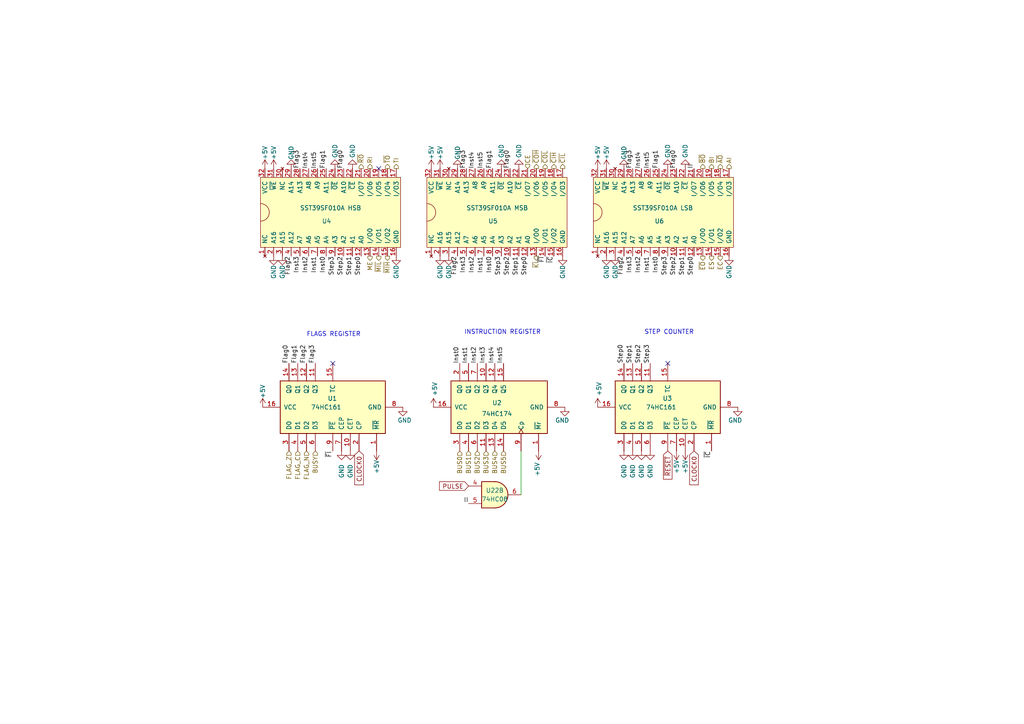
<source format=kicad_sch>
(kicad_sch (version 20211123) (generator eeschema)
  (paper "A4")
  (title_block (title "Control Logic") (date "2022-07-16") (rev "1.6") (comment 2 "creativecommons.org/licenses/by-nc-sa/3.0/deed.en") (comment 3 "License: CC BY-NC-SA 3.0") (comment 4 "Author: Carsten Herting (slu4)"))
  (lib_symbols
    (symbol "8-Bit CPU 32k:74HC08" (pin_names (offset 1.016))
      (property "Reference" "U" (at 0 1.27 0))
      (property "Value" "74HC08" (at 0 -1.27 0))
      (symbol "74HC08_1_1"
        (arc (start 0 -3.81) (mid 3.81 0) (end 0 3.81) (stroke (width 0.254)) (fill (type background)))
        (polyline (pts (xy 0 3.81) (xy -3.81 3.81) (xy -3.81 -3.81) (xy 0 -3.81)) (stroke (width 0.254)) (fill (type background)))
        (pin input line (at -7.62 2.54 0) (length 3.81) (name "~") (number "1"))
        (pin input line (at -7.62 -2.54 0) (length 3.81) (name "~") (number "2"))
        (pin output line (at 7.62 0 180) (length 3.81) (name "~") (number "3"))
      )
      (symbol "74HC08_1_2"
        (arc (start -3.81 -3.81) (mid -2.589 0) (end -3.81 3.81) (stroke (width 0.254)))
        (arc (start -0.6096 -3.81) (mid 2.1842 -2.5851) (end 3.81 0) (stroke (width 0.254)) (fill (type background)))
        (polyline (pts (xy -3.81 -3.81) (xy -0.635 -3.81)) (stroke (width 0.254)) (fill (type background)))
        (polyline (pts (xy -3.81 3.81) (xy -0.635 3.81)) (stroke (width 0.254)) (fill (type background)))
        (polyline (pts (xy -0.635 3.81) (xy -3.81 3.81) (xy -3.81 3.81) (xy -3.556 3.4036) (xy -3.0226 2.2606) (xy -2.6924 1.0414) (xy -2.6162 -0.254) (xy -2.7686 -1.4986) (xy -3.175 -2.7178) (xy -3.81 -3.81) (xy -3.81 -3.81) (xy -0.635 -3.81)) (stroke (width -25.4)) (fill (type background)))
        (arc (start 3.81 0) (mid 2.1915 2.5936) (end -0.6096 3.81) (stroke (width 0.254)) (fill (type background)))
        (pin input inverted (at -7.62 2.54 0) (length 4.318) (name "~") (number "1"))
        (pin input inverted (at -7.62 -2.54 0) (length 4.318) (name "~") (number "2"))
        (pin output inverted (at 7.62 0 180) (length 3.81) (name "~") (number "3"))
      )
      (symbol "74HC08_2_1"
        (arc (start 0 -3.81) (mid 3.81 0) (end 0 3.81) (stroke (width 0.254)) (fill (type background)))
        (polyline (pts (xy 0 3.81) (xy -3.81 3.81) (xy -3.81 -3.81) (xy 0 -3.81)) (stroke (width 0.254)) (fill (type background)))
        (pin input line (at -7.62 2.54 0) (length 3.81) (name "~") (number "4"))
        (pin input line (at -7.62 -2.54 0) (length 3.81) (name "~") (number "5"))
        (pin output line (at 7.62 0 180) (length 3.81) (name "~") (number "6"))
      )
      (symbol "74HC08_2_2"
        (arc (start -3.81 -3.81) (mid -2.589 0) (end -3.81 3.81) (stroke (width 0.254)))
        (arc (start -0.6096 -3.81) (mid 2.1842 -2.5851) (end 3.81 0) (stroke (width 0.254)) (fill (type background)))
        (polyline (pts (xy -3.81 -3.81) (xy -0.635 -3.81)) (stroke (width 0.254)) (fill (type background)))
        (polyline (pts (xy -3.81 3.81) (xy -0.635 3.81)) (stroke (width 0.254)) (fill (type background)))
        (polyline (pts (xy -0.635 3.81) (xy -3.81 3.81) (xy -3.81 3.81) (xy -3.556 3.4036) (xy -3.0226 2.2606) (xy -2.6924 1.0414) (xy -2.6162 -0.254) (xy -2.7686 -1.4986) (xy -3.175 -2.7178) (xy -3.81 -3.81) (xy -3.81 -3.81) (xy -0.635 -3.81)) (stroke (width -25.4)) (fill (type background)))
        (arc (start 3.81 0) (mid 2.1915 2.5936) (end -0.6096 3.81) (stroke (width 0.254)) (fill (type background)))
        (pin input inverted (at -7.62 2.54 0) (length 4.318) (name "~") (number "4"))
        (pin input inverted (at -7.62 -2.54 0) (length 4.318) (name "~") (number "5"))
        (pin output inverted (at 7.62 0 180) (length 3.81) (name "~") (number "6"))
      )
      (symbol "74HC08_3_1"
        (arc (start 0 -3.81) (mid 3.81 0) (end 0 3.81) (stroke (width 0.254)) (fill (type background)))
        (polyline (pts (xy 0 3.81) (xy -3.81 3.81) (xy -3.81 -3.81) (xy 0 -3.81)) (stroke (width 0.254)) (fill (type background)))
        (pin input line (at -7.62 -2.54 0) (length 3.81) (name "~") (number "10"))
        (pin output line (at 7.62 0 180) (length 3.81) (name "~") (number "8"))
        (pin input line (at -7.62 2.54 0) (length 3.81) (name "~") (number "9"))
      )
      (symbol "74HC08_3_2"
        (arc (start -3.81 -3.81) (mid -2.589 0) (end -3.81 3.81) (stroke (width 0.254)))
        (arc (start -0.6096 -3.81) (mid 2.1842 -2.5851) (end 3.81 0) (stroke (width 0.254)) (fill (type background)))
        (polyline (pts (xy -3.81 -3.81) (xy -0.635 -3.81)) (stroke (width 0.254)) (fill (type background)))
        (polyline (pts (xy -3.81 3.81) (xy -0.635 3.81)) (stroke (width 0.254)) (fill (type background)))
        (polyline (pts (xy -0.635 3.81) (xy -3.81 3.81) (xy -3.81 3.81) (xy -3.556 3.4036) (xy -3.0226 2.2606) (xy -2.6924 1.0414) (xy -2.6162 -0.254) (xy -2.7686 -1.4986) (xy -3.175 -2.7178) (xy -3.81 -3.81) (xy -3.81 -3.81) (xy -0.635 -3.81)) (stroke (width -25.4)) (fill (type background)))
        (arc (start 3.81 0) (mid 2.1915 2.5936) (end -0.6096 3.81) (stroke (width 0.254)) (fill (type background)))
        (pin input inverted (at -7.62 -2.54 0) (length 4.318) (name "~") (number "10"))
        (pin output inverted (at 7.62 0 180) (length 3.81) (name "~") (number "8"))
        (pin input inverted (at -7.62 2.54 0) (length 4.318) (name "~") (number "9"))
      )
      (symbol "74HC08_4_1"
        (arc (start 0 -3.81) (mid 3.81 0) (end 0 3.81) (stroke (width 0.254)) (fill (type background)))
        (polyline (pts (xy 0 3.81) (xy -3.81 3.81) (xy -3.81 -3.81) (xy 0 -3.81)) (stroke (width 0.254)) (fill (type background)))
        (pin output line (at 7.62 0 180) (length 3.81) (name "~") (number "11"))
        (pin input line (at -7.62 2.54 0) (length 3.81) (name "~") (number "12"))
        (pin input line (at -7.62 -2.54 0) (length 3.81) (name "~") (number "13"))
      )
      (symbol "74HC08_4_2"
        (arc (start -3.81 -3.81) (mid -2.589 0) (end -3.81 3.81) (stroke (width 0.254)))
        (arc (start -0.6096 -3.81) (mid 2.1842 -2.5851) (end 3.81 0) (stroke (width 0.254)) (fill (type background)))
        (polyline (pts (xy -3.81 -3.81) (xy -0.635 -3.81)) (stroke (width 0.254)) (fill (type background)))
        (polyline (pts (xy -3.81 3.81) (xy -0.635 3.81)) (stroke (width 0.254)) (fill (type background)))
        (polyline (pts (xy -0.635 3.81) (xy -3.81 3.81) (xy -3.81 3.81) (xy -3.556 3.4036) (xy -3.0226 2.2606) (xy -2.6924 1.0414) (xy -2.6162 -0.254) (xy -2.7686 -1.4986) (xy -3.175 -2.7178) (xy -3.81 -3.81) (xy -3.81 -3.81) (xy -0.635 -3.81)) (stroke (width -25.4)) (fill (type background)))
        (arc (start 3.81 0) (mid 2.1915 2.5936) (end -0.6096 3.81) (stroke (width 0.254)) (fill (type background)))
        (pin output inverted (at 7.62 0 180) (length 3.81) (name "~") (number "11"))
        (pin input inverted (at -7.62 2.54 0) (length 4.318) (name "~") (number "12"))
        (pin input inverted (at -7.62 -2.54 0) (length 4.318) (name "~") (number "13"))
      )
      (symbol "74HC08_5_0"
        (pin power_in line (at 0 12.7 270) (length 5.08) (name "VCC") (number "14"))
        (pin power_in line (at 0 -12.7 90) (length 5.08) (name "GND") (number "7"))
      )
      (symbol "74HC08_5_1"
        (rectangle (start -5.08 7.62) (end 5.08 -7.62) (stroke (width 0.254)) (fill (type background)))
      )
    )
    (symbol "8-Bit CPU 32k:74HC161" (pin_names (offset 1.016))
      (property "Reference" "U" (at -7.62 16.51 0))
      (property "Value" "74HC161" (at -7.62 -16.51 0))
      (symbol "74HC161_1_0"
        (pin input line (at -12.7 -12.7 0) (length 5.08) (name "~{MR}") (number "1"))
        (pin input line (at -12.7 -5.08 0) (length 5.08) (name "CET") (number "10"))
        (pin output line (at 12.7 5.08 180) (length 5.08) (name "Q3") (number "11"))
        (pin output line (at 12.7 7.62 180) (length 5.08) (name "Q2") (number "12"))
        (pin output line (at 12.7 10.16 180) (length 5.08) (name "Q1") (number "13"))
        (pin output line (at 12.7 12.7 180) (length 5.08) (name "Q0") (number "14"))
        (pin output line (at 12.7 0 180) (length 5.08) (name "TC") (number "15"))
        (pin power_in line (at 0 20.32 270) (length 5.08) (name "VCC") (number "16"))
        (pin input line (at -12.7 -7.62 0) (length 5.08) (name "CP") (number "2"))
        (pin input line (at -12.7 12.7 0) (length 5.08) (name "D0") (number "3"))
        (pin input line (at -12.7 10.16 0) (length 5.08) (name "D1") (number "4"))
        (pin input line (at -12.7 7.62 0) (length 5.08) (name "D2") (number "5"))
        (pin input line (at -12.7 5.08 0) (length 5.08) (name "D3") (number "6"))
        (pin input line (at -12.7 -2.54 0) (length 5.08) (name "CEP") (number "7"))
        (pin power_in line (at 0 -20.32 90) (length 5.08) (name "GND") (number "8"))
        (pin input line (at -12.7 0 0) (length 5.08) (name "~{PE}") (number "9"))
      )
      (symbol "74HC161_1_1"
        (rectangle (start -7.62 15.24) (end 7.62 -15.24) (stroke (width 0.254)) (fill (type background)))
      )
    )
    (symbol "8-Bit CPU 32k:74HC174" (pin_names (offset 1.016))
      (property "Reference" "U" (at -7.62 13.97 0))
      (property "Value" "74HC174" (at -7.62 -16.51 0))
      (symbol "74HC174_1_0"
        (pin input line (at -12.7 -12.7 0) (length 5.08) (name "~{Mr}") (number "1"))
        (pin output line (at 12.7 2.54 180) (length 5.08) (name "Q3") (number "10"))
        (pin input line (at -12.7 2.54 0) (length 5.08) (name "D3") (number "11"))
        (pin output line (at 12.7 0 180) (length 5.08) (name "Q4") (number "12"))
        (pin input line (at -12.7 0 0) (length 5.08) (name "D4") (number "13"))
        (pin input line (at -12.7 -2.54 0) (length 5.08) (name "D5") (number "14"))
        (pin output line (at 12.7 -2.54 180) (length 5.08) (name "Q5") (number "15"))
        (pin power_in line (at 0 17.78 270) (length 5.08) (name "VCC") (number "16"))
        (pin output line (at 12.7 10.16 180) (length 5.08) (name "Q0") (number "2"))
        (pin input line (at -12.7 10.16 0) (length 5.08) (name "D0") (number "3"))
        (pin input line (at -12.7 7.62 0) (length 5.08) (name "D1") (number "4"))
        (pin output line (at 12.7 7.62 180) (length 5.08) (name "Q1") (number "5"))
        (pin input line (at -12.7 5.08 0) (length 5.08) (name "D2") (number "6"))
        (pin output line (at 12.7 5.08 180) (length 5.08) (name "Q2") (number "7"))
        (pin power_in line (at 0 -20.32 90) (length 5.08) (name "GND") (number "8"))
        (pin input clock (at -12.7 -7.62 0) (length 5.08) (name "Cp") (number "9"))
      )
      (symbol "74HC174_1_1"
        (rectangle (start -7.62 12.7) (end 7.62 -15.24) (stroke (width 0.254)) (fill (type background)))
      )
    )
    (symbol "8-Bit CPU 32k:SST39SF010A" (pin_names (offset 1.016))
      (property "Reference" "U" (at -1.27 2.54 90))
      (property "Value" "SST39SF010A" (at 2.54 2.54 90))
      (symbol "SST39SF010A_0_1"
        (rectangle (start -10.16 24.13) (end 10.16 -16.51) (fill (type background)))
        (arc (start -2.54 24.13) (mid 0 21.59) (end 2.54 24.13))
      )
      (symbol "SST39SF010A_1_1"
        (pin no_connect line (at -12.7 22.86 0) (length 2.54) (name "NC") (number "1"))
        (pin input line (at -12.7 0 0) (length 2.54) (name "A2") (number "10"))
        (pin input line (at -12.7 -2.54 0) (length 2.54) (name "A1") (number "11"))
        (pin input line (at -12.7 -5.08 0) (length 2.54) (name "A0") (number "12"))
        (pin bidirectional line (at -12.7 -7.62 0) (length 2.54) (name "I/O0") (number "13"))
        (pin bidirectional line (at -12.7 -10.16 0) (length 2.54) (name "I/O1") (number "14"))
        (pin bidirectional line (at -12.7 -12.7 0) (length 2.54) (name "I/O2") (number "15"))
        (pin power_in line (at -12.7 -15.24 0) (length 2.54) (name "GND") (number "16"))
        (pin bidirectional line (at 12.7 -15.24 180) (length 2.54) (name "I/O3") (number "17"))
        (pin bidirectional line (at 12.7 -12.7 180) (length 2.54) (name "I/O4") (number "18"))
        (pin bidirectional line (at 12.7 -10.16 180) (length 2.54) (name "I/O5") (number "19"))
        (pin input line (at -12.7 20.32 0) (length 2.54) (name "A16") (number "2"))
        (pin bidirectional line (at 12.7 -7.62 180) (length 2.54) (name "I/O6") (number "20"))
        (pin bidirectional line (at 12.7 -5.08 180) (length 2.54) (name "I/O7") (number "21"))
        (pin input line (at 12.7 -2.54 180) (length 2.54) (name "~{CE}") (number "22"))
        (pin input line (at 12.7 0 180) (length 2.54) (name "A10") (number "23"))
        (pin input line (at 12.7 2.54 180) (length 2.54) (name "~{OE}") (number "24"))
        (pin input line (at 12.7 5.08 180) (length 2.54) (name "A11") (number "25"))
        (pin input line (at 12.7 7.62 180) (length 2.54) (name "A9") (number "26"))
        (pin input line (at 12.7 10.16 180) (length 2.54) (name "A8") (number "27"))
        (pin input line (at 12.7 12.7 180) (length 2.54) (name "A13") (number "28"))
        (pin input line (at 12.7 15.24 180) (length 2.54) (name "A14") (number "29"))
        (pin input line (at -12.7 17.78 0) (length 2.54) (name "A15") (number "3"))
        (pin no_connect line (at 12.7 17.78 180) (length 2.54) (name "NC") (number "30"))
        (pin input line (at 12.7 20.32 180) (length 2.54) (name "~{WE}") (number "31"))
        (pin power_in line (at 12.7 22.86 180) (length 2.54) (name "VCC") (number "32"))
        (pin input line (at -12.7 15.24 0) (length 2.54) (name "A12") (number "4"))
        (pin input line (at -12.7 12.7 0) (length 2.54) (name "A7") (number "5"))
        (pin input line (at -12.7 10.16 0) (length 2.54) (name "A6") (number "6"))
        (pin input line (at -12.7 7.62 0) (length 2.54) (name "A5") (number "7"))
        (pin input line (at -12.7 5.08 0) (length 2.54) (name "A4") (number "8"))
        (pin input line (at -12.7 2.54 0) (length 2.54) (name "A3") (number "9"))
      )
    )
    (symbol "power:+5V" (power) (pin_names (offset 0))
      (property "Value" "+5V" (at 0 3.556 0))
      (symbol "+5V_0_1"
        (polyline (pts (xy -0.762 1.27) (xy 0 2.54)))
        (polyline (pts (xy 0 0) (xy 0 2.54)))
        (polyline (pts (xy 0 2.54) (xy 0.762 1.27)))
      )
      (symbol "+5V_1_1"
        (pin power_in line (at 0 0 90) (length 0) hide (name "+5V") (number "1"))
      )
    )
    (symbol "power:GND" (power) (pin_names (offset 0))
      (property "Value" "GND" (at 0 -3.81 0))
      (symbol "GND_0_1"
        (polyline (pts (xy 0 0) (xy 0 -1.27) (xy 1.27 -1.27) (xy 0 -2.54) (xy -1.27 -1.27) (xy 0 -1.27)))
      )
      (symbol "GND_1_1"
        (pin power_in line (at 0 0 270) (length 0) hide (name "GND") (number "1"))
      )
    )
  )
  (no_connect (at 96.52 105.41))
  (no_connect (at 109.855 48.895))
  (no_connect (at 193.675 105.41))
  (wire (pts (xy 151.13 130.81) (xy 151.13 143.51)))
  (text "FLAGS REGISTER" (at 88.9 97.79 0) (effects (font (size 1.27 1.27)) (justify left bottom)))
  (text "INSTRUCTION REGISTER" (at 134.62 97.155 0) (effects (font (size 1.27 1.27)) (justify left bottom)))
  (text "STEP COUNTER" (at 201.295 97.155 180) (effects (font (size 1.27 1.27)) (justify right bottom)))
  (label "Flag3" (at 91.44 105.41 90))
  (label "Step0" (at 104.775 74.295 270))
  (label "Inst3" (at 135.255 74.295 270))
  (label "Flag1" (at 86.36 105.41 90))
  (label "Step1" (at 102.235 74.295 270))
  (label "Inst5" (at 146.05 105.41 90))
  (label "Step2" (at 147.955 74.295 270))
  (label "Inst2" (at 89.535 74.295 270))
  (label "Flag3" (at 135.255 48.895 90))
  (label "Step0" (at 153.035 74.295 270))
  (label "Flag2" (at 84.455 74.295 270))
  (label "Inst5" (at 188.595 48.895 90))
  (label "Inst2" (at 186.055 74.295 270))
  (label "Inst1" (at 188.595 74.295 270))
  (label "Step3" (at 145.415 74.295 270))
  (label "Step2" (at 99.695 74.295 270))
  (label "Flag0" (at 99.695 48.895 90))
  (label "Inst0" (at 142.875 74.295 270))
  (label "Inst1" (at 140.335 74.295 270))
  (label "Inst5" (at 92.075 48.895 90))
  (label "II" (at 201.295 48.895 90))
  (label "Inst2" (at 138.43 105.41 90))
  (label "Flag0" (at 196.215 48.895 90))
  (label "~{IC}" (at 160.655 74.295 270))
  (label "Step1" (at 183.515 105.41 90))
  (label "Flag2" (at 88.9 105.41 90))
  (label "Inst4" (at 137.795 48.895 90))
  (label "Flag0" (at 147.955 48.895 90))
  (label "Inst3" (at 140.97 105.41 90))
  (label "Flag1" (at 94.615 48.895 90))
  (label "Inst2" (at 137.795 74.295 270))
  (label "Step0" (at 201.295 74.295 270))
  (label "Step1" (at 198.755 74.295 270))
  (label "~{FI}" (at 96.52 130.81 270))
  (label "Inst3" (at 183.515 74.295 270))
  (label "Flag1" (at 191.135 48.895 90))
  (label "Inst4" (at 143.51 105.41 90))
  (label "Flag3" (at 86.995 48.895 90))
  (label "Inst4" (at 186.055 48.895 90))
  (label "Inst4" (at 89.535 48.895 90))
  (label "Inst0" (at 133.35 105.41 90))
  (label "II" (at 135.89 146.05 180))
  (label "Flag0" (at 83.82 105.41 90))
  (label "Step0" (at 180.975 105.41 90))
  (label "Inst5" (at 140.335 48.895 90))
  (label "Flag2" (at 180.975 74.295 270))
  (label "Flag2" (at 132.715 74.295 270))
  (label "Step3" (at 193.675 74.295 270))
  (label "Step3" (at 188.595 105.41 90))
  (label "~{FI}" (at 158.115 74.295 270))
  (label "Inst1" (at 135.89 105.41 90))
  (label "Inst0" (at 94.615 74.295 270))
  (label "Inst3" (at 86.995 74.295 270))
  (label "Step2" (at 186.055 105.41 90))
  (label "Step3" (at 97.155 74.295 270))
  (label "Inst0" (at 191.135 74.295 270))
  (label "Step2" (at 196.215 74.295 270))
  (label "Inst1" (at 92.075 74.295 270))
  (label "Flag3" (at 183.515 48.895 90))
  (label "~{IC}" (at 206.375 130.81 270))
  (label "Flag1" (at 142.875 48.895 90))
  (label "Step1" (at 150.495 74.295 270))
  (global_label "~{RESET}" (shape input) (at 193.675 130.81 270) (property "Intersheet References" "${INTERSHEET_REFS}" (effects hide)))
  (global_label "CLOCK0" (shape input) (at 201.295 130.81 270) (property "Intersheet References" "${INTERSHEET_REFS}" (effects hide)))
  (global_label "PULSE" (shape input) (at 135.89 140.97 180) (property "Intersheet References" "${INTERSHEET_REFS}" (effects hide)))
  (global_label "CLOCK0" (shape input) (at 104.14 130.81 270) (property "Intersheet References" "${INTERSHEET_REFS}" (effects hide)))
  (hierarchical_label "~{AO}" (shape output) (at 208.915 48.895 90))
  (hierarchical_label "BUS2" (shape input) (at 138.43 130.81 270))
  (hierarchical_label "BI" (shape output) (at 206.375 48.895 90))
  (hierarchical_label "BUS0" (shape input) (at 133.35 130.81 270))
  (hierarchical_label "BUS4" (shape input) (at 143.51 130.81 270))
  (hierarchical_label "FLAG_C" (shape input) (at 86.36 130.81 270))
  (hierarchical_label "~{CIH}" (shape output) (at 160.655 48.895 90))
  (hierarchical_label "CE" (shape input) (at 153.035 48.895 90))
  (hierarchical_label "TI" (shape output) (at 114.935 48.895 90))
  (hierarchical_label "~{EO}" (shape output) (at 203.835 74.295 270))
  (hierarchical_label "FLAG_Z" (shape input) (at 83.82 130.81 270))
  (hierarchical_label "~{CIL}" (shape output) (at 163.195 48.895 90))
  (hierarchical_label "BUS5" (shape input) (at 146.05 130.81 270))
  (hierarchical_label "~{MIH}" (shape output) (at 112.395 74.295 270))
  (hierarchical_label "~{KI}" (shape output) (at 155.575 74.295 270))
  (hierarchical_label "BUSY" (shape input) (at 91.44 130.81 270))
  (hierarchical_label "ES" (shape output) (at 206.375 74.295 270))
  (hierarchical_label "AI" (shape output) (at 211.455 48.895 90))
  (hierarchical_label "EC" (shape output) (at 208.915 74.295 270))
  (hierarchical_label "FLAG_N" (shape input) (at 88.9 130.81 270))
  (hierarchical_label "ME" (shape output) (at 107.315 74.295 270))
  (hierarchical_label "~{RO}" (shape output) (at 104.775 48.895 90))
  (hierarchical_label "BUS1" (shape input) (at 135.89 130.81 270))
  (hierarchical_label "~{COL}" (shape output) (at 158.115 48.895 90))
  (hierarchical_label "~{COH}" (shape output) (at 155.575 48.895 90))
  (hierarchical_label "~{TO}" (shape output) (at 112.395 48.895 90))
  (hierarchical_label "BUS3" (shape input) (at 140.97 130.81 270))
  (hierarchical_label "RI" (shape output) (at 107.315 48.895 90))
  (hierarchical_label "~{BO}" (shape output) (at 203.835 48.895 90))
  (hierarchical_label "~{MIL}" (shape output) (at 109.855 74.295 270))
  (symbol (lib_id "power:GND") (at 198.755 48.895 180) (unit 1)
    (property "Reference" "#PWR090" (effects hide))
    (property "Value" "GND" (at 198.755 43.815 90))
  )
  (symbol (lib_id "power:GND") (at 150.495 48.895 180) (unit 1)
    (property "Reference" "#PWR078" (effects hide))
    (property "Value" "GND" (at 150.495 43.815 90))
  )
  (symbol (lib_id "8-Bit CPU 32k:74HC161") (at 193.675 118.11 90) (unit 1)
    (property "Reference" "U3" (at 194.945 115.57 90) (effects (justify left)))
    (property "Value" "74HC161" (at 196.215 118.11 90) (effects (justify left)))
    (property "Footprint" "Package_DIP:DIP-16_W7.62mm" (effects hide))
    (property "Datasheet" "http://www.ti.com/lit/gpn/sn74LS161" (effects hide))
  )
  (symbol (lib_id "power:GND") (at 145.415 48.895 180) (unit 1)
    (property "Reference" "#PWR077" (effects hide))
    (property "Value" "GND" (at 145.415 43.815 90))
  )
  (symbol (lib_id "power:GND") (at 193.675 48.895 180) (unit 1)
    (property "Reference" "#PWR087" (effects hide))
    (property "Value" "GND" (at 193.675 43.815 90))
  )
  (symbol (lib_id "power:GND") (at 116.84 118.11 0) (unit 1)
    (property "Reference" "#PWR062" (effects hide))
    (property "Value" "GND" (at 119.38 121.92 0) (effects (justify right)))
  )
  (symbol (lib_id "power:+5V") (at 76.2 118.11 0) (unit 1)
    (property "Reference" "#PWR072" (effects hide))
    (property "Value" "+5V" (at 76.2 115.57 90) (effects (justify left)))
  )
  (symbol (lib_id "power:+5V") (at 127.635 48.895 0) (unit 1)
    (property "Reference" "#PWR076" (effects hide))
    (property "Value" "+5V" (at 127.635 46.355 90) (effects (justify left)))
  )
  (symbol (lib_id "power:+5V") (at 175.895 48.895 0) (unit 1)
    (property "Reference" "#PWR083" (effects hide))
    (property "Value" "+5V" (at 175.895 46.355 90) (effects (justify left)))
  )
  (symbol (lib_id "power:GND") (at 211.455 74.295 0) (unit 1)
    (property "Reference" "#PWR093" (effects hide))
    (property "Value" "GND" (at 211.455 76.835 90) (effects (justify right)))
  )
  (symbol (lib_id "power:GND") (at 213.995 118.11 0) (unit 1)
    (property "Reference" "#PWR081" (effects hide))
    (property "Value" "GND" (at 215.265 121.92 0) (effects (justify right)))
  )
  (symbol (lib_id "power:+5V") (at 173.355 118.11 0) (unit 1)
    (property "Reference" "#PWR092" (effects hide))
    (property "Value" "+5V" (at 173.736 114.8588 90) (effects (justify left)))
  )
  (symbol (lib_id "power:GND") (at 163.195 74.295 0) (unit 1)
    (property "Reference" "#PWR080" (effects hide))
    (property "Value" "GND" (at 163.195 76.835 90) (effects (justify right)))
  )
  (symbol (lib_id "power:+5V") (at 196.215 130.81 180) (unit 1)
    (property "Reference" "#PWR085" (effects hide))
    (property "Value" "+5V" (at 196.215 133.35 90) (effects (justify left)))
  )
  (symbol (lib_id "power:+5V") (at 198.755 130.81 180) (unit 1)
    (property "Reference" "#PWR084" (effects hide))
    (property "Value" "+5V" (at 198.755 133.35 90) (effects (justify left)))
  )
  (symbol (lib_id "power:+5V") (at 125.095 48.895 0) (unit 1)
    (property "Reference" "#PWR074" (effects hide))
    (property "Value" "+5V" (at 125.095 46.355 90) (effects (justify left)))
  )
  (symbol (lib_id "power:+5V") (at 173.355 48.895 0) (unit 1)
    (property "Reference" "#PWR082" (effects hide))
    (property "Value" "+5V" (at 173.355 46.355 90) (effects (justify left)))
  )
  (symbol (lib_id "power:GND") (at 101.6 130.81 0) (unit 1)
    (property "Reference" "#PWR025" (effects hide))
    (property "Value" "GND" (at 101.6 134.62 90) (effects (justify right)))
  )
  (symbol (lib_id "power:GND") (at 114.935 74.295 0) (unit 1)
    (property "Reference" "#PWR071" (effects hide))
    (property "Value" "GND" (at 114.935 76.835 90) (effects (justify right)))
  )
  (symbol (lib_id "power:+5V") (at 79.375 48.895 0) (unit 1)
    (property "Reference" "#PWR066" (effects hide))
    (property "Value" "+5V" (at 79.375 46.355 90) (effects (justify left)))
  )
  (symbol (lib_id "8-Bit CPU 32k:74HC08") (at 143.51 143.51 0) (unit 2)
    (property "Reference" "U22" (at 143.51 142.24 0))
    (property "Value" "74HC08" (at 143.51 144.78 0))
    (property "Footprint" "Package_DIP:DIP-14_W7.62mm" (effects hide))
    (property "Datasheet" "http://www.ti.com/lit/gpn/sn74LS08" (effects hide))
  )
  (symbol (lib_id "power:+5V") (at 109.22 130.81 180) (unit 1)
    (property "Reference" "#PWR065" (effects hide))
    (property "Value" "+5V" (at 109.22 133.35 90) (effects (justify left)))
  )
  (symbol (lib_id "power:GND") (at 132.715 48.895 180) (unit 1)
    (property "Reference" "#PWR036" (effects hide))
    (property "Value" "GND" (at 132.715 46.355 90) (effects (justify right)))
  )
  (symbol (lib_id "power:GND") (at 130.175 74.295 0) (unit 1)
    (property "Reference" "#PWR0159" (effects hide))
    (property "Value" "GND" (at 130.175 76.835 90) (effects (justify right)))
  )
  (symbol (lib_id "8-Bit CPU 32k:74HC161") (at 96.52 118.11 90) (unit 1)
    (property "Reference" "U1" (at 97.79 115.57 90) (effects (justify left)))
    (property "Value" "74HC161" (at 99.06 118.11 90) (effects (justify left)))
    (property "Footprint" "Package_DIP:DIP-16_W7.62mm" (effects hide))
    (property "Datasheet" "http://www.ti.com/lit/gpn/sn74LS161" (effects hide))
  )
  (symbol (lib_id "power:+5V") (at 76.835 48.895 0) (unit 1)
    (property "Reference" "#PWR064" (effects hide))
    (property "Value" "+5V" (at 76.835 46.355 90) (effects (justify left)))
  )
  (symbol (lib_id "power:GND") (at 97.155 48.895 180) (unit 1)
    (property "Reference" "#PWR069" (effects hide))
    (property "Value" "GND" (at 97.155 43.815 90))
  )
  (symbol (lib_id "power:GND") (at 127.635 74.295 0) (unit 1)
    (property "Reference" "#PWR0160" (effects hide))
    (property "Value" "GND" (at 127.635 76.835 90) (effects (justify right)))
  )
  (symbol (lib_id "power:GND") (at 81.915 74.295 0) (unit 1)
    (property "Reference" "#PWR0163" (effects hide))
    (property "Value" "GND" (at 81.915 76.835 90) (effects (justify right)))
  )
  (symbol (lib_id "power:+5V") (at 125.73 118.11 0) (unit 1)
    (property "Reference" "#PWR061" (effects hide))
    (property "Value" "+5V" (at 126.111 114.8588 90) (effects (justify left)))
  )
  (symbol (lib_id "8-Bit CPU 32k:74HC174") (at 143.51 118.11 90) (unit 1)
    (property "Reference" "U2" (at 144.145 116.84 90))
    (property "Value" "74HC174" (at 144.145 120.015 90))
    (property "Footprint" "Package_DIP:DIP-16_W7.62mm" (effects hide))
    (property "Datasheet" "http://www.ti.com/lit/gpn/sn74LS174" (effects hide))
  )
  (symbol (lib_id "power:GND") (at 178.435 74.295 0) (unit 1)
    (property "Reference" "#PWR0123" (effects hide))
    (property "Value" "GND" (at 178.435 76.835 90) (effects (justify right)))
  )
  (symbol (lib_id "power:GND") (at 188.595 130.81 0) (unit 1)
    (property "Reference" "#PWR086" (effects hide))
    (property "Value" "GND" (at 188.595 134.62 90) (effects (justify right)))
  )
  (symbol (lib_id "power:GND") (at 180.975 48.895 180) (unit 1)
    (property "Reference" "#PWR0121" (effects hide))
    (property "Value" "GND" (at 180.975 46.355 90) (effects (justify right)))
  )
  (symbol (lib_id "power:GND") (at 79.375 74.295 0) (unit 1)
    (property "Reference" "#PWR0164" (effects hide))
    (property "Value" "GND" (at 79.375 76.835 90) (effects (justify right)))
  )
  (symbol (lib_id "power:GND") (at 163.83 118.11 0) (unit 1)
    (property "Reference" "#PWR0169" (effects hide))
    (property "Value" "GND" (at 165.1 121.92 0) (effects (justify right)))
  )
  (symbol (lib_id "power:GND") (at 84.455 48.895 180) (unit 1)
    (property "Reference" "#PWR035" (effects hide))
    (property "Value" "GND" (at 84.455 46.355 90) (effects (justify right)))
  )
  (symbol (lib_id "power:GND") (at 186.055 130.81 0) (unit 1)
    (property "Reference" "#PWR088" (effects hide))
    (property "Value" "GND" (at 186.055 134.62 90) (effects (justify right)))
  )
  (symbol (lib_id "power:GND") (at 183.515 130.81 0) (unit 1)
    (property "Reference" "#PWR089" (effects hide))
    (property "Value" "GND" (at 183.515 134.62 90) (effects (justify right)))
  )
  (symbol (lib_id "power:GND") (at 99.06 130.81 0) (unit 1)
    (property "Reference" "#PWR024" (effects hide))
    (property "Value" "GND" (at 99.06 134.62 90) (effects (justify right)))
  )
  (symbol (lib_id "8-Bit CPU 32k:SST39SF010A") (at 99.695 61.595 90) (unit 1)
    (property "Reference" "U4" (at 93.345 64.135 90) (effects (justify right)))
    (property "Value" "SST39SF010A HSB" (at 86.995 60.325 90) (effects (justify right)))
    (property "Footprint" "Package_DIP:DIP-32_W15.24mm_Socket" (effects hide))
  )
  (symbol (lib_id "8-Bit CPU 32k:SST39SF010A") (at 147.955 61.595 90) (unit 1)
    (property "Reference" "U5" (at 141.605 64.135 90) (effects (justify right)))
    (property "Value" "SST39SF010A MSB" (at 135.255 60.325 90) (effects (justify right)))
    (property "Footprint" "Package_DIP:DIP-32_W15.24mm_Socket" (effects hide))
  )
  (symbol (lib_id "power:GND") (at 102.235 48.895 180) (unit 1)
    (property "Reference" "#PWR070" (effects hide))
    (property "Value" "GND" (at 102.235 43.815 90))
  )
  (symbol (lib_id "power:GND") (at 180.975 130.81 0) (unit 1)
    (property "Reference" "#PWR091" (effects hide))
    (property "Value" "GND" (at 180.975 134.62 90) (effects (justify right)))
  )
  (symbol (lib_id "power:+5V") (at 156.21 130.81 180) (unit 1)
    (property "Reference" "#PWR09" (effects hide))
    (property "Value" "+5V" (at 155.829 134.0612 90) (effects (justify left)))
  )
  (symbol (lib_id "8-Bit CPU 32k:SST39SF010A") (at 196.215 61.595 90) (unit 1)
    (property "Reference" "U6" (at 189.865 64.135 90) (effects (justify right)))
    (property "Value" "SST39SF010A LSB" (at 183.515 60.325 90) (effects (justify right)))
    (property "Footprint" "Package_DIP:DIP-32_W15.24mm_Socket" (effects hide))
  )
  (symbol (lib_id "power:GND") (at 175.895 74.295 0) (unit 1)
    (property "Reference" "#PWR0125" (effects hide))
    (property "Value" "GND" (at 175.895 76.835 90) (effects (justify right)))
  )
)
</source>
